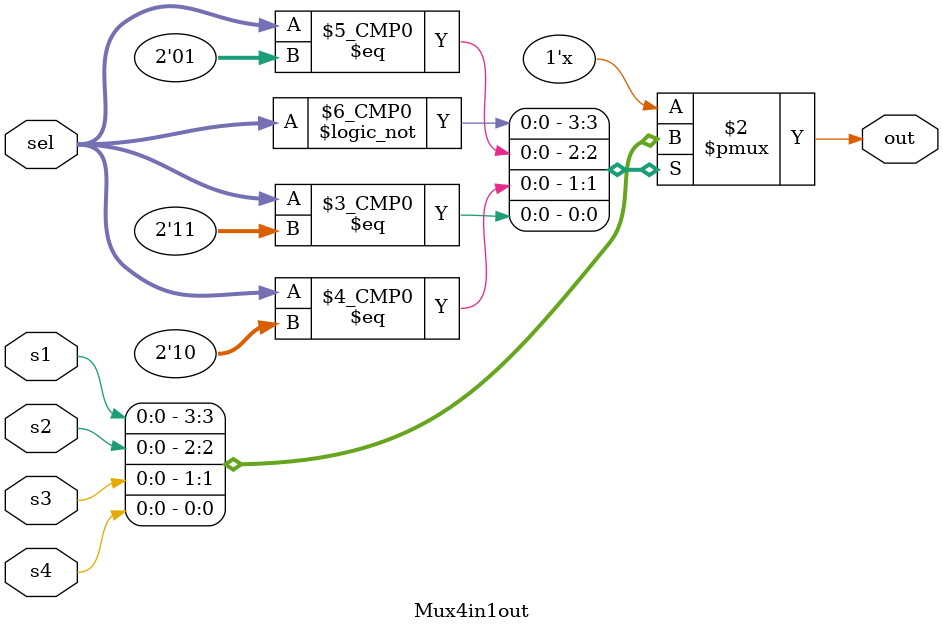
<source format=v>
/*!>
* 4 in 1 out multiplexer module
*
*+ Input +* 
* s1 	- Source 1
* s2	- Source 2
* s3 	- Source 3
* s4	- Source 4
* 2BIT sel - Selector
*
*
*+ Output +* 
*  out - source output
*
*
<!*/
module Mux4in1out(
input s1, 
input s2, 
input s3, 
input s4, 
input [1:0]sel,
output reg out
);

always @(*)
begin
	case ( sel )
		2'b00:
			begin 
				out=s1;
			end
		2'b01:
			begin
				out=s2;
			end
		2'b10:
			begin
				out=s3;
			end	
		2'b11:
			begin
				out=s4;
			end
	endcase
end

endmodule 
</source>
